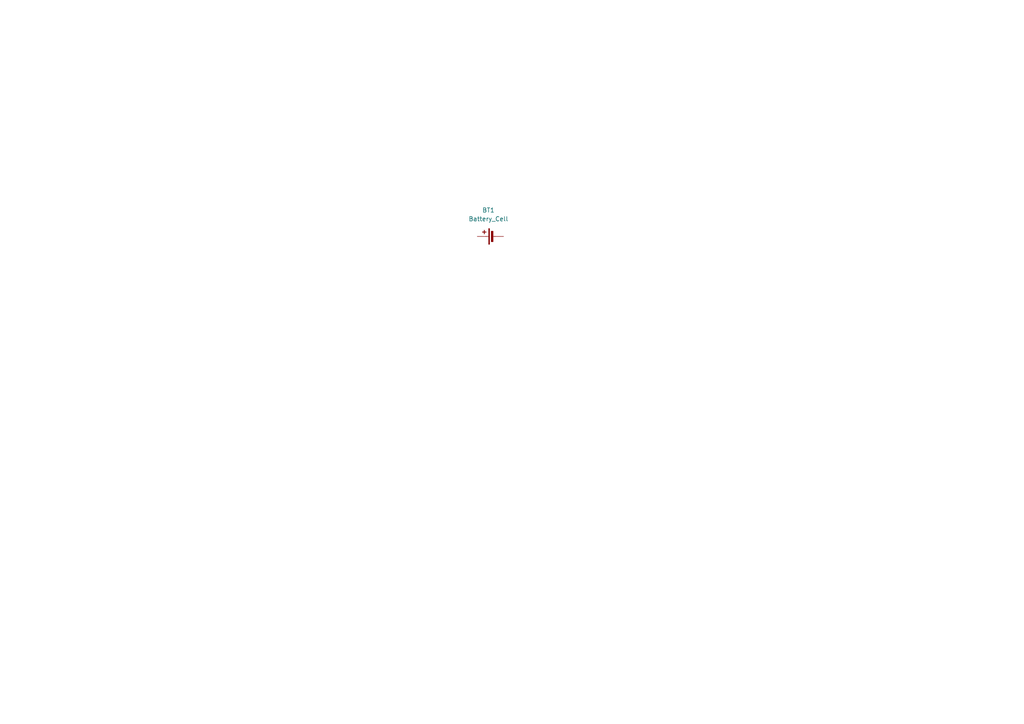
<source format=kicad_sch>
(kicad_sch (version 20241209) (generator "eeschema") (generator_version "8.99")
  (paper "A4")
  (lib_symbols
    (symbol "Device:Battery_Cell" (pin_numbers (hide yes)) (pin_names (offset 0) (hide yes))
      (property "Reference" "BT" (at 2.54 2.54 0))
      (property "Value" "Battery_Cell" (at 2.54 0 0))
      (symbol "Battery_Cell_0_1"
        (rectangle (start -2.286 1.778) (end 2.286 1.524) (fill (type outline)))
        (rectangle (start -1.524 1.016) (end 1.524 0.508) (fill (type outline)))
        (polyline (pts (xy 0 1.778) (xy 0 2.54)))
        (polyline (pts (xy 0 0.762) (xy 0 0)))
        (polyline (pts (xy 0.762 3.048) (xy 1.778 3.048)) (stroke (width 0.254)))
        (polyline (pts (xy 1.27 3.556) (xy 1.27 2.54)) (stroke (width 0.254)))
      )
      (symbol "Battery_Cell_1_1"
        (pin passive line (at 0 5.08 270) (length 2.54) (name "+") (number "1"))
        (pin passive line (at 0 -2.54 90) (length 2.54) (name "-") (number "2"))
      )
    )
  )
  (symbol (lib_id "Device:Battery_Cell") (at 143.51 68.58 90) (unit 1)
    (property "Reference" "BT1" (at 141.6685 60.96 90))
    (property "Value" "Battery_Cell" (at 141.6685 63.5 90))
    (property "Description" "Single-cell battery" (effects (hide yes)))
  )
)
</source>
